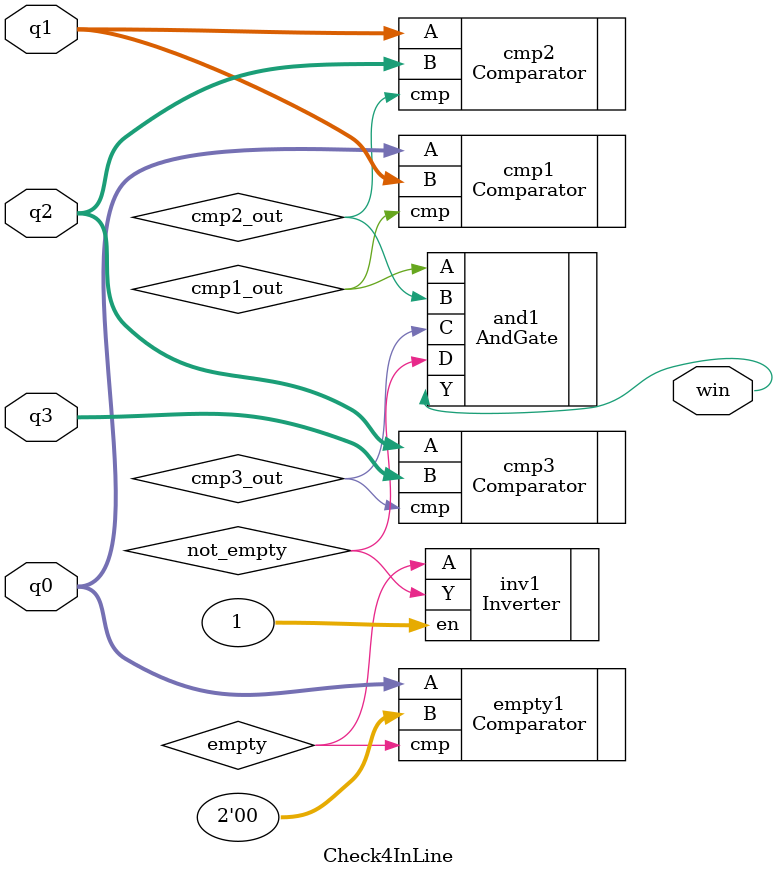
<source format=sv>
module Check4InLine (
	input logic [1:0] q0,
	input logic [1:0] q1,
	input logic [1:0] q2,
	input logic [1:0] q3,
	output logic win
);
	logic cmp1_out, cmp2_out, cmp3_out;
	logic empty, not_empty;
	
	Comparator #(.N(2)) empty1 (
		.A(q0),
		.B(2'b00),
		.cmp(empty)
	);
	
	Inverter inv1 (
		.A(empty),
		.en(1),
		.Y(not_empty)
	);
	
	Comparator #(.N(2)) cmp1 (
		.A(q0),
		.B(q1),
		.cmp(cmp1_out)
	);
	
	Comparator #(.N(2)) cmp2 (
		.A(q1),
		.B(q2),
		.cmp(cmp2_out)
	);
	
	Comparator #(.N(2)) cmp3 (
		.A(q2),
		.B(q3),
		.cmp(cmp3_out)
	);
	
	AndGate and1 (
		.A(cmp1_out),
		.B(cmp2_out),
		.C(cmp3_out),
		.D(not_empty),
		.Y(win)
	);
	
endmodule

</source>
